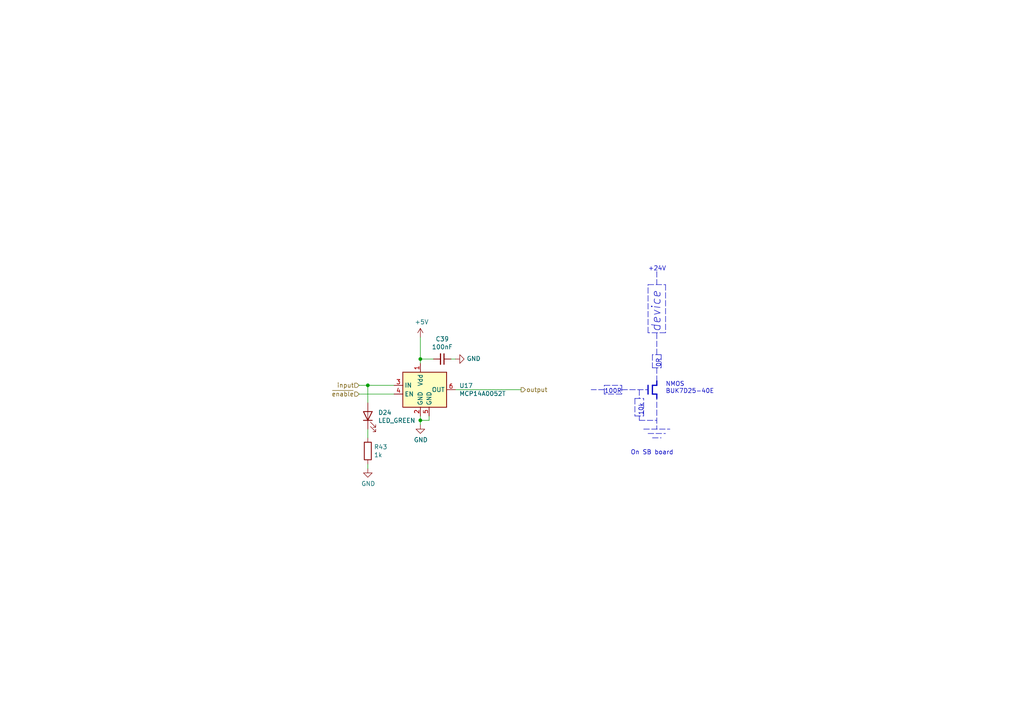
<source format=kicad_sch>
(kicad_sch (version 20211123) (generator eeschema)
  (paper "A4")
  (lib_symbols
    (symbol "Device:C_Small" (pin_numbers hide) (pin_names (offset 0.254) hide)
      (property "Reference" "C" (at 0.254 1.778 0))
      (property "Value" "C_Small" (at 0.254 -2.032 0))
      (symbol "C_Small_0_1"
        (polyline (pts (xy -1.524 -0.508) (xy 1.524 -0.508)) (stroke (width 0.3302)))
        (polyline (pts (xy -1.524 0.508) (xy 1.524 0.508)) (stroke (width 0.3048)))
      )
      (symbol "C_Small_1_1"
        (pin passive line (at 0 2.54 270) (length 2.032) (name "~") (number "1"))
        (pin passive line (at 0 -2.54 90) (length 2.032) (name "~") (number "2"))
      )
    )
    (symbol "Device:LED" (pin_numbers hide) (pin_names (offset 1.016) hide)
      (property "Reference" "D" (at 0 2.54 0))
      (property "Value" "LED" (at 0 -2.54 0))
      (symbol "LED_0_1"
        (polyline (pts (xy -1.27 -1.27) (xy -1.27 1.27)) (stroke (width 0.254)))
        (polyline (pts (xy -1.27 0) (xy 1.27 0)))
        (polyline (pts (xy 1.27 -1.27) (xy 1.27 1.27) (xy -1.27 0) (xy 1.27 -1.27)) (stroke (width 0.254)))
        (polyline (pts (xy -3.048 -0.762) (xy -4.572 -2.286) (xy -3.81 -2.286) (xy -4.572 -2.286) (xy -4.572 -1.524)))
        (polyline (pts (xy -1.778 -0.762) (xy -3.302 -2.286) (xy -2.54 -2.286) (xy -3.302 -2.286) (xy -3.302 -1.524)))
      )
      (symbol "LED_1_1"
        (pin passive line (at -3.81 0 0) (length 2.54) (name "K") (number "1"))
        (pin passive line (at 3.81 0 180) (length 2.54) (name "A") (number "2"))
      )
    )
    (symbol "Device:R" (pin_numbers hide) (pin_names (offset 0))
      (property "Reference" "R" (at 2.032 0 90))
      (property "Value" "R" (at 0 0 90))
      (symbol "R_0_1"
        (rectangle (start -1.016 -2.54) (end 1.016 2.54) (stroke (width 0.254)))
      )
      (symbol "R_1_1"
        (pin passive line (at 0 3.81 270) (length 1.27) (name "~") (number "1"))
        (pin passive line (at 0 -3.81 90) (length 1.27) (name "~") (number "2"))
      )
    )
    (symbol "SB-Spoko-Bezpieczniki-rescue:MCP14A0052T-MCP14A0052T"
      (property "Reference" "U" (at -5.08 6.35 0))
      (property "Value" "MCP14A0052T-MCP14A0052T" (at 1.27 6.35 0))
      (symbol "MCP14A0052T-MCP14A0052T_0_1"
        (rectangle (start -5.08 5.08) (end 7.62 -5.08) (stroke (width 0.254)) (fill (type background)))
      )
      (symbol "MCP14A0052T-MCP14A0052T_1_1"
        (pin no_connect line (at 7.62 -2.54 180) (length 2.54) hide (name "NC") (number "1"))
        (pin power_in line (at 0 7.62 270) (length 2.54) (name "Vdd") (number "1"))
        (pin power_in line (at 0 -7.62 90) (length 2.54) (name "GND") (number "2"))
        (pin input line (at -7.62 1.27 0) (length 2.54) (name "IN") (number "3"))
        (pin input line (at -7.62 -1.27 0) (length 2.54) (name "EN") (number "4"))
        (pin power_in line (at 2.54 -7.62 90) (length 2.54) (name "GND") (number "5"))
        (pin output line (at 10.16 0 180) (length 2.54) (name "OUT") (number "6"))
      )
    )
    (symbol "power:+5V" (power) (pin_names (offset 0))
      (property "Value" "+5V" (at 0 3.556 0))
      (symbol "+5V_0_1"
        (polyline (pts (xy -0.762 1.27) (xy 0 2.54)))
        (polyline (pts (xy 0 0) (xy 0 2.54)))
        (polyline (pts (xy 0 2.54) (xy 0.762 1.27)))
      )
      (symbol "+5V_1_1"
        (pin power_in line (at 0 0 90) (length 0) hide (name "+5V") (number "1"))
      )
    )
    (symbol "power:GND" (power) (pin_names (offset 0))
      (property "Value" "GND" (at 0 -3.81 0))
      (symbol "GND_0_1"
        (polyline (pts (xy 0 0) (xy 0 -1.27) (xy 1.27 -1.27) (xy 0 -2.54) (xy -1.27 -1.27) (xy 0 -1.27)))
      )
      (symbol "GND_1_1"
        (pin power_in line (at 0 0 270) (length 0) hide (name "GND") (number "1"))
      )
    )
  )
  (junction (at 121.92 104.14))
  (junction (at 121.92 121.92))
  (junction (at 106.68 111.76))
  (polyline (pts (xy 193.04 82.55) (xy 193.04 96.52)))
  (wire (pts (xy 121.92 121.92) (xy 124.46 121.92)))
  (wire (pts (xy 124.46 121.92) (xy 124.46 120.65)))
  (wire (pts (xy 121.92 104.14) (xy 121.92 105.41)))
  (polyline (pts (xy 180.34 114.3) (xy 175.26 114.3)))
  (polyline (pts (xy 187.96 82.55) (xy 193.04 82.55)))
  (polyline (pts (xy 189.23 102.87) (xy 189.23 106.68)))
  (wire (pts (xy 130.81 104.14) (xy 132.08 104.14)))
  (polyline (pts (xy 190.5 111.76) (xy 189.23 111.76)) (stroke (width 0.3556)))
  (wire (pts (xy 132.08 113.03) (xy 151.13 113.03)))
  (wire (pts (xy 104.14 111.76) (xy 106.68 111.76)))
  (polyline (pts (xy 185.42 113.03) (xy 185.42 115.57)))
  (polyline (pts (xy 189.23 106.68) (xy 191.77 106.68)))
  (wire (pts (xy 106.68 135.89) (xy 106.68 134.62)))
  (wire (pts (xy 121.92 123.19) (xy 121.92 121.92)))
  (polyline (pts (xy 190.5 114.3) (xy 190.5 124.46)))
  (polyline (pts (xy 189.23 111.76) (xy 189.23 114.3)) (stroke (width 0.3556)))
  (wire (pts (xy 106.68 127) (xy 106.68 124.46)))
  (polyline (pts (xy 190.5 102.87) (xy 190.5 96.52)))
  (polyline (pts (xy 187.96 111.76) (xy 187.96 114.3)) (stroke (width 0.3556)))
  (polyline (pts (xy 193.04 96.52) (xy 187.96 96.52)))
  (polyline (pts (xy 175.26 113.03) (xy 171.45 113.03)))
  (polyline (pts (xy 186.69 120.65) (xy 186.69 115.57)))
  (polyline (pts (xy 190.5 110.49) (xy 190.5 111.76)) (stroke (width 0.3556)))
  (polyline (pts (xy 180.34 113.03) (xy 187.96 113.03)))
  (wire (pts (xy 121.92 97.79) (xy 121.92 104.14)))
  (wire (pts (xy 106.68 111.76) (xy 114.3 111.76)))
  (polyline (pts (xy 175.26 114.3) (xy 175.26 111.76)))
  (polyline (pts (xy 190.5 106.68) (xy 190.5 111.76)))
  (polyline (pts (xy 180.34 111.76) (xy 180.34 114.3)))
  (polyline (pts (xy 190.5 78.74) (xy 190.5 82.55)))
  (polyline (pts (xy 187.96 96.52) (xy 187.96 82.55)))
  (polyline (pts (xy 189.23 114.3) (xy 190.5 114.3)) (stroke (width 0.3556)))
  (polyline (pts (xy 186.69 124.46) (xy 194.31 124.46)))
  (polyline (pts (xy 185.42 121.92) (xy 190.5 121.92)))
  (polyline (pts (xy 190.5 114.3) (xy 190.5 115.57)) (stroke (width 0.3556)))
  (polyline (pts (xy 185.42 120.65) (xy 185.42 121.92)))
  (wire (pts (xy 121.92 121.92) (xy 121.92 120.65)))
  (wire (pts (xy 104.14 114.3) (xy 114.3 114.3)))
  (polyline (pts (xy 175.26 111.76) (xy 180.34 111.76)))
  (polyline (pts (xy 189.23 127) (xy 191.77 127)))
  (wire (pts (xy 106.68 116.84) (xy 106.68 111.76)))
  (polyline (pts (xy 187.96 125.73) (xy 193.04 125.73)))
  (wire (pts (xy 121.92 104.14) (xy 125.73 104.14)))
  (polyline (pts (xy 184.15 115.57) (xy 186.69 115.57)))
  (polyline (pts (xy 191.77 106.68) (xy 191.77 102.87)))
  (polyline (pts (xy 184.15 120.65) (xy 186.69 120.65)))
  (polyline (pts (xy 191.77 102.87) (xy 189.23 102.87)))
  (polyline (pts (xy 184.15 115.57) (xy 184.15 120.65)))
  (text "device" (at 191.77 96.52 90) (effects (font (size 2.54 2.54) italic) (justify left bottom)))
  (text "0R" (at 191.77 106.68 90) (effects (font (size 1.27 1.27)) (justify left bottom)))
  (text "NMOS\nBUK7D25-40E" (at 193.04 114.3 0) (effects (font (size 1.27 1.27)) (justify left bottom)))
  (text "10k" (at 186.69 120.65 90) (effects (font (size 1.27 1.27)) (justify left bottom)))
  (text "+24V" (at 187.96 78.74 0) (effects (font (size 1.27 1.27)) (justify left bottom)))
  (text "On SB board" (at 182.88 132.08 0) (effects (font (size 1.27 1.27)) (justify left bottom)))
  (text "100R" (at 175.26 114.3 0) (effects (font (size 1.27 1.27)) (justify left bottom)))
  (hierarchical_label "~{enable}" (shape input) (at 104.14 114.3 180))
  (hierarchical_label "input" (shape input) (at 104.14 111.76 180))
  (hierarchical_label "output" (shape output) (at 151.13 113.03 0))
  (symbol (lib_id "power:+5V") (at 121.92 97.79 0)
    (property "Reference" "#PWR0116" (effects hide))
    (property "Value" "+5V" (at 122.301 93.3958 0))
  )
  (symbol (lib_id "power:GND") (at 121.92 123.19 0)
    (property "Reference" "#PWR0117" (effects hide))
    (property "Value" "GND" (at 122.047 127.5842 0))
  )
  (symbol (lib_id "Device:LED") (at 106.68 120.65 90)
    (property "Reference" "D24" (at 109.6772 119.6594 90) (effects (justify right)))
    (property "Value" "LED_GREEN" (at 109.6772 121.9708 90) (effects (justify right)))
    (property "Footprint" "Diode_SMD:D_0603_1608Metric" (effects hide))
  )
  (symbol (lib_id "Device:R") (at 106.68 130.81 0)
    (property "Reference" "R43" (at 108.458 129.6416 0) (effects (justify left)))
    (property "Value" "1k" (at 108.458 131.953 0) (effects (justify left)))
    (property "Footprint" "Resistor_SMD:R_0603_1608Metric" (effects hide))
  )
  (symbol (lib_id "power:GND") (at 106.68 135.89 0)
    (property "Reference" "#PWR0118" (effects hide))
    (property "Value" "GND" (at 106.807 140.2842 0))
  )
  (symbol (lib_id "Device:C_Small") (at 128.27 104.14 270)
    (property "Reference" "C39" (at 128.27 98.3234 90))
    (property "Value" "100nF" (at 128.27 100.6348 90))
    (property "Footprint" "Capacitor_SMD:C_0603_1608Metric" (effects hide))
  )
  (symbol (lib_id "power:GND") (at 132.08 104.14 90)
    (property "Reference" "#PWR0119" (effects hide))
    (property "Value" "GND" (at 135.3312 104.013 90) (effects (justify right)))
  )
  (symbol (lib_id "SB-Spoko-Bezpieczniki-rescue:MCP14A0052T-MCP14A0052T") (at 121.92 113.03 0)
    (property "Reference" "U17" (at 133.1976 111.8616 0) (effects (justify left)))
    (property "Value" "MCP14A0052T" (at 133.1976 114.173 0) (effects (justify left)))
    (property "Footprint" "Package_TO_SOT_SMD:SOT-23-6" (effects hide))
  )
)
</source>
